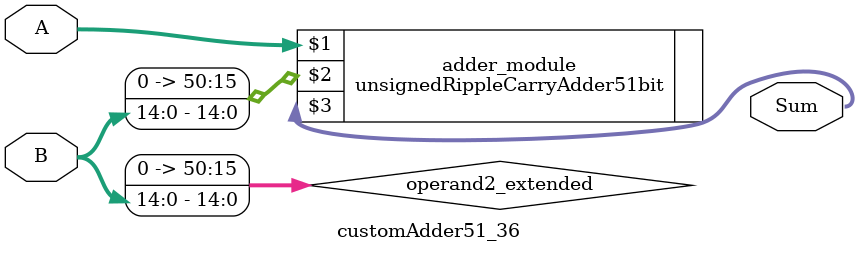
<source format=v>
module customAdder51_36(
                        input [50 : 0] A,
                        input [14 : 0] B,
                        
                        output [51 : 0] Sum
                );

        wire [50 : 0] operand2_extended;
        
        assign operand2_extended =  {36'b0, B};
        
        unsignedRippleCarryAdder51bit adder_module(
            A,
            operand2_extended,
            Sum
        );
        
        endmodule
        
</source>
